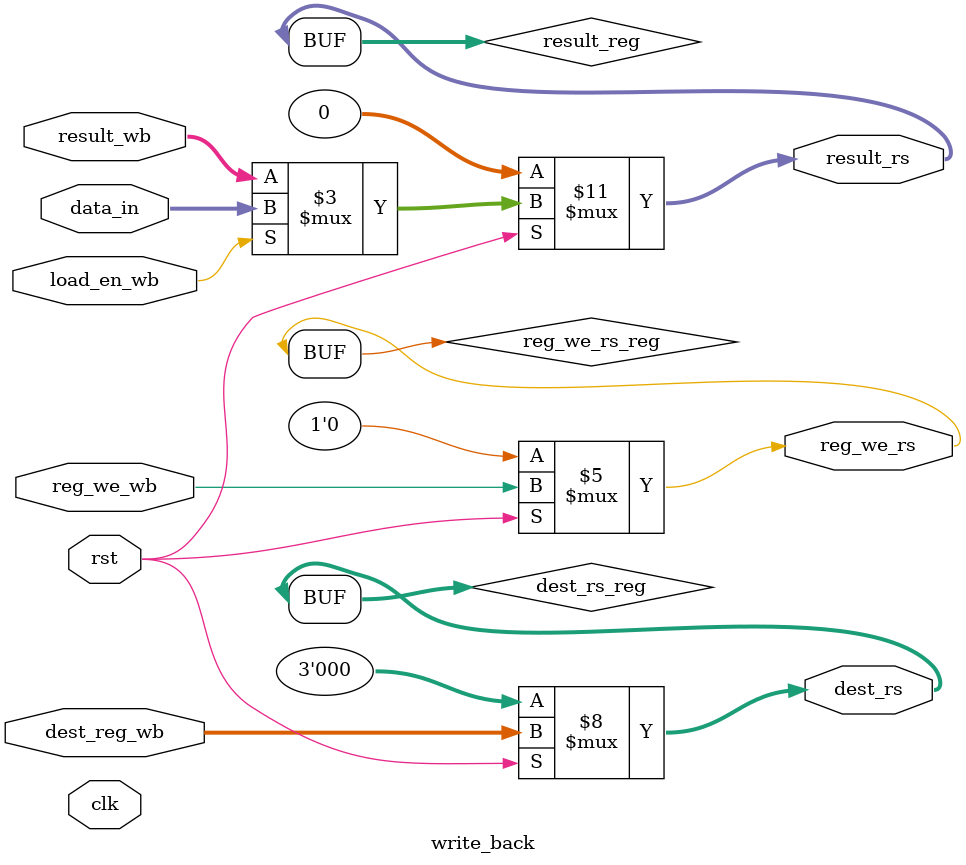
<source format=v>
`timescale 1ns / 1ps

module write_back #(// General Parameters
                    parameter D_SIZE = 32,
                    parameter A_SIZE = 10)
                   (// General
                    input               clk,
                    input               rst,
                    // Input <- Execute
                    input               reg_we_wb,
                    input               load_en_wb,
                    input  [D_SIZE-1:0] result_wb,
                    input         [2:0] dest_reg_wb,
                    // Input <- Memory 
                    input  [D_SIZE-1:0] data_in,
                    // Output -> Data Forwarding
                    output [D_SIZE-1:0] result_rs,
                    output        [2:0] dest_rs,
                    output              reg_we_rs
                   );
                   
    //Regs
    reg [D_SIZE-1:0] result_reg;
    reg        [2:0] dest_rs_reg;
    reg              reg_we_rs_reg;
    
    //Output -> Data Forwarding
    assign result_rs = result_reg;
    assign dest_rs   = dest_rs_reg;
    assign reg_we_rs = reg_we_rs_reg;
    
    always @(*)
    begin
        if(~rst)
        begin
            result_reg    <= 0;
            dest_rs_reg   <= 0;
            reg_we_rs_reg <= 0;
        end 
        else
        begin
            result_reg    <= (load_en_wb)? data_in : result_wb;
            dest_rs_reg   <= dest_reg_wb;
            reg_we_rs_reg <= reg_we_wb;
        end
    end
    
endmodule

</source>
